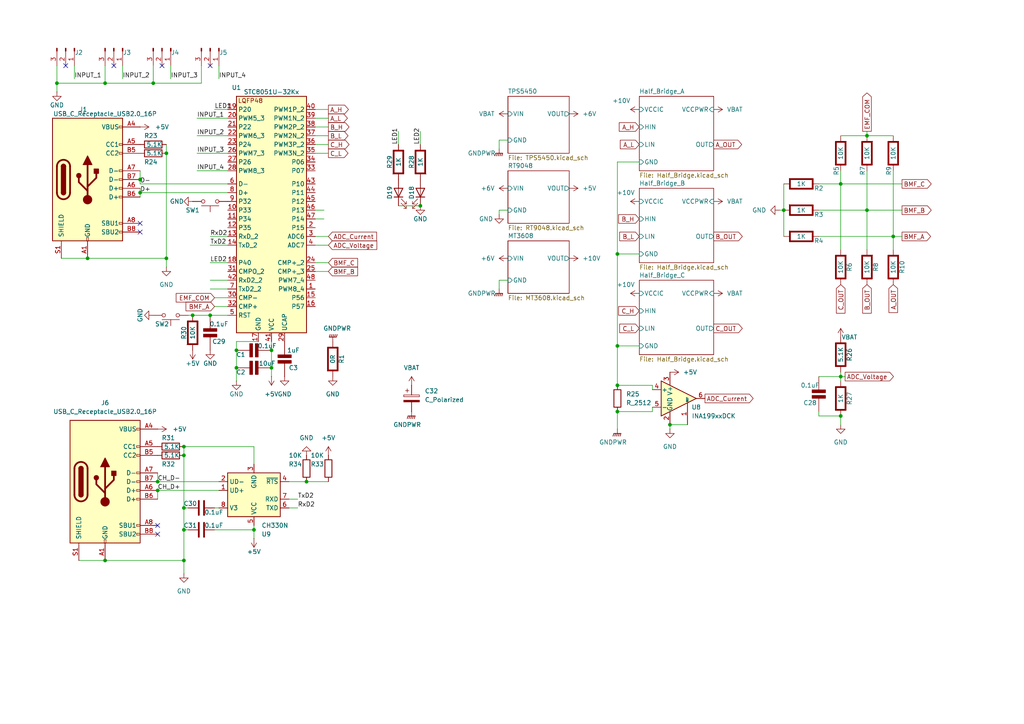
<source format=kicad_sch>
(kicad_sch (version 20231120) (generator "eeschema") (generator_version "8.0")
  (paper "A4")
  (junction (at 251.46 39.37))
  (junction (at 243.84 120.65))
  (junction (at 45.72 142.24))
  (junction (at 179.07 111.76))
  (junction (at 78.74 106.68))
  (junction (at 40.64 52.07))
  (junction (at 78.74 101.6))
  (junction (at 68.58 101.6))
  (junction (at 243.84 109.22))
  (junction (at 179.07 100.33))
  (junction (at 53.34 162.56))
  (junction (at 121.92 59.69))
  (junction (at 55.88 91.44))
  (junction (at 30.48 24.13))
  (junction (at 259.08 68.58))
  (junction (at 68.58 106.68))
  (junction (at 53.34 129.54))
  (junction (at 251.46 60.96))
  (junction (at 45.72 139.7))
  (junction (at 73.66 153.67))
  (junction (at 243.84 53.34))
  (junction (at 40.64 55.88))
  (junction (at 44.45 24.13))
  (junction (at 53.34 132.08))
  (junction (at 194.31 123.19))
  (junction (at 88.9 139.7))
  (junction (at 179.07 73.66))
  (junction (at 48.26 44.45))
  (junction (at 30.48 162.56))
  (junction (at 60.96 91.44))
  (junction (at 16.51 24.13))
  (junction (at 53.34 153.67))
  (junction (at 25.4 74.93))
  (junction (at 179.07 119.38))
  (junction (at 48.26 74.93))
  (junction (at 53.34 147.32))
  (junction (at 227.33 60.96))
  (no_connect (at 40.64 64.77))
  (no_connect (at 45.72 152.4))
  (no_connect (at 46.99 19.05))
  (no_connect (at 33.02 19.05))
  (no_connect (at 45.72 154.94))
  (no_connect (at 60.96 19.05))
  (no_connect (at 19.05 19.05))
  (no_connect (at 40.64 67.31))
  (wire (pts (xy 179.07 46.99) (xy 179.07 73.66)))
  (wire (pts (xy 35.56 19.05) (xy 35.56 22.86)))
  (wire (pts (xy 179.07 100.33) (xy 185.42 100.33)))
  (wire (pts (xy 55.88 91.44) (xy 60.96 91.44)))
  (wire (pts (xy 245.11 109.22) (xy 243.84 109.22)))
  (wire (pts (xy 58.42 19.05) (xy 58.42 24.13)))
  (wire (pts (xy 45.72 139.7) (xy 63.5 139.7)))
  (wire (pts (xy 237.49 109.22) (xy 243.84 109.22)))
  (wire (pts (xy 189.23 113.03) (xy 189.23 111.76)))
  (wire (pts (xy 259.08 39.37) (xy 251.46 39.37)))
  (wire (pts (xy 147.32 60.96) (xy 144.78 60.96)))
  (wire (pts (xy 121.92 38.1) (xy 121.92 41.91)))
  (wire (pts (xy 91.44 39.37) (xy 95.25 39.37)))
  (wire (pts (xy 259.08 68.58) (xy 237.49 68.58)))
  (wire (pts (xy 91.44 78.74) (xy 95.25 78.74)))
  (wire (pts (xy 91.44 76.2) (xy 95.25 76.2)))
  (wire (pts (xy 16.51 19.05) (xy 16.51 24.13)))
  (wire (pts (xy 68.58 101.6) (xy 68.58 99.06)))
  (wire (pts (xy 57.15 44.45) (xy 66.04 44.45)))
  (wire (pts (xy 68.58 101.6) (xy 68.58 106.68)))
  (wire (pts (xy 30.48 19.05) (xy 30.48 24.13)))
  (wire (pts (xy 73.66 134.62) (xy 73.66 129.54)))
  (wire (pts (xy 57.15 39.37) (xy 66.04 39.37)))
  (wire (pts (xy 57.15 34.29) (xy 66.04 34.29)))
  (wire (pts (xy 40.64 53.34) (xy 66.04 53.34)))
  (wire (pts (xy 261.62 60.96) (xy 251.46 60.96)))
  (wire (pts (xy 63.5 19.05) (xy 63.5 22.86)))
  (wire (pts (xy 49.53 19.05) (xy 49.53 22.86)))
  (wire (pts (xy 91.44 44.45) (xy 95.25 44.45)))
  (wire (pts (xy 54.61 91.44) (xy 55.88 91.44)))
  (wire (pts (xy 91.44 34.29) (xy 95.25 34.29)))
  (wire (pts (xy 243.84 123.19) (xy 243.84 120.65)))
  (wire (pts (xy 62.23 86.36) (xy 66.04 86.36)))
  (wire (pts (xy 44.45 24.13) (xy 58.42 24.13)))
  (wire (pts (xy 91.44 71.12) (xy 95.25 71.12)))
  (wire (pts (xy 243.84 39.37) (xy 251.46 39.37)))
  (wire (pts (xy 261.62 68.58) (xy 259.08 68.58)))
  (wire (pts (xy 251.46 38.1) (xy 251.46 39.37)))
  (wire (pts (xy 73.66 153.67) (xy 73.66 156.21)))
  (wire (pts (xy 237.49 119.38) (xy 237.49 120.65)))
  (wire (pts (xy 86.36 147.32) (xy 83.82 147.32)))
  (wire (pts (xy 60.96 76.2) (xy 66.04 76.2)))
  (wire (pts (xy 179.07 119.38) (xy 189.23 119.38)))
  (wire (pts (xy 53.34 147.32) (xy 53.34 153.67)))
  (wire (pts (xy 115.57 59.69) (xy 121.92 59.69)))
  (wire (pts (xy 251.46 60.96) (xy 237.49 60.96)))
  (wire (pts (xy 251.46 49.53) (xy 251.46 60.96)))
  (wire (pts (xy 259.08 49.53) (xy 259.08 68.58)))
  (wire (pts (xy 243.84 107.95) (xy 243.84 109.22)))
  (wire (pts (xy 95.25 31.75) (xy 91.44 31.75)))
  (wire (pts (xy 179.07 73.66) (xy 185.42 73.66)))
  (wire (pts (xy 144.78 83.82) (xy 144.78 81.28)))
  (wire (pts (xy 227.33 53.34) (xy 227.33 60.96)))
  (wire (pts (xy 91.44 68.58) (xy 95.25 68.58)))
  (wire (pts (xy 144.78 60.96) (xy 144.78 62.23)))
  (wire (pts (xy 73.66 152.4) (xy 73.66 153.67)))
  (wire (pts (xy 78.74 106.68) (xy 78.74 109.22)))
  (wire (pts (xy 16.51 24.13) (xy 30.48 24.13)))
  (wire (pts (xy 73.66 129.54) (xy 53.34 129.54)))
  (wire (pts (xy 78.74 101.6) (xy 78.74 106.68)))
  (wire (pts (xy 251.46 60.96) (xy 251.46 72.39)))
  (wire (pts (xy 45.72 142.24) (xy 45.72 144.78)))
  (wire (pts (xy 62.23 147.32) (xy 63.5 147.32)))
  (wire (pts (xy 189.23 111.76) (xy 179.07 111.76)))
  (wire (pts (xy 40.64 55.88) (xy 66.04 55.88)))
  (wire (pts (xy 21.59 19.05) (xy 21.59 22.86)))
  (wire (pts (xy 57.15 49.53) (xy 66.04 49.53)))
  (wire (pts (xy 243.84 53.34) (xy 243.84 72.39)))
  (wire (pts (xy 115.57 38.1) (xy 115.57 41.91)))
  (wire (pts (xy 48.26 74.93) (xy 48.26 77.47)))
  (wire (pts (xy 93.98 60.96) (xy 91.44 60.96)))
  (wire (pts (xy 237.49 120.65) (xy 243.84 120.65)))
  (wire (pts (xy 91.44 41.91) (xy 95.25 41.91)))
  (wire (pts (xy 91.44 63.5) (xy 93.98 63.5)))
  (wire (pts (xy 83.82 139.7) (xy 88.9 139.7)))
  (wire (pts (xy 68.58 106.68) (xy 68.58 110.49)))
  (wire (pts (xy 62.23 88.9) (xy 66.04 88.9)))
  (wire (pts (xy 179.07 100.33) (xy 179.07 111.76)))
  (wire (pts (xy 179.07 73.66) (xy 179.07 100.33)))
  (wire (pts (xy 16.51 26.67) (xy 16.51 24.13)))
  (wire (pts (xy 30.48 24.13) (xy 44.45 24.13)))
  (wire (pts (xy 53.34 153.67) (xy 53.34 162.56)))
  (wire (pts (xy 60.96 83.82) (xy 66.04 83.82)))
  (wire (pts (xy 44.45 19.05) (xy 44.45 24.13)))
  (wire (pts (xy 194.31 123.19) (xy 199.39 123.19)))
  (wire (pts (xy 95.25 139.7) (xy 88.9 139.7)))
  (wire (pts (xy 17.78 74.93) (xy 25.4 74.93)))
  (wire (pts (xy 261.62 53.34) (xy 243.84 53.34)))
  (wire (pts (xy 144.78 43.18) (xy 144.78 40.64)))
  (wire (pts (xy 45.72 137.16) (xy 45.72 139.7)))
  (wire (pts (xy 62.23 153.67) (xy 73.66 153.67)))
  (wire (pts (xy 227.33 60.96) (xy 226.06 60.96)))
  (wire (pts (xy 45.72 142.24) (xy 63.5 142.24)))
  (wire (pts (xy 25.4 74.93) (xy 48.26 74.93)))
  (wire (pts (xy 40.64 55.88) (xy 40.64 57.15)))
  (wire (pts (xy 243.84 49.53) (xy 243.84 53.34)))
  (wire (pts (xy 48.26 44.45) (xy 48.26 74.93)))
  (wire (pts (xy 179.07 46.99) (xy 185.42 46.99)))
  (wire (pts (xy 60.96 91.44) (xy 66.04 91.44)))
  (wire (pts (xy 86.36 144.78) (xy 83.82 144.78)))
  (wire (pts (xy 62.23 31.75) (xy 66.04 31.75)))
  (wire (pts (xy 259.08 68.58) (xy 259.08 72.39)))
  (wire (pts (xy 53.34 153.67) (xy 54.61 153.67)))
  (wire (pts (xy 53.34 147.32) (xy 54.61 147.32)))
  (wire (pts (xy 243.84 53.34) (xy 237.49 53.34)))
  (wire (pts (xy 243.84 109.22) (xy 243.84 110.49)))
  (wire (pts (xy 68.58 99.06) (xy 74.93 99.06)))
  (wire (pts (xy 22.86 162.56) (xy 30.48 162.56)))
  (wire (pts (xy 60.96 71.12) (xy 66.04 71.12)))
  (wire (pts (xy 78.74 101.6) (xy 78.74 99.06)))
  (wire (pts (xy 40.64 53.34) (xy 40.64 52.07)))
  (wire (pts (xy 179.07 119.38) (xy 179.07 124.46)))
  (wire (pts (xy 60.96 81.28) (xy 66.04 81.28)))
  (wire (pts (xy 53.34 132.08) (xy 53.34 147.32)))
  (wire (pts (xy 53.34 162.56) (xy 53.34 166.37)))
  (wire (pts (xy 189.23 119.38) (xy 189.23 118.11)))
  (wire (pts (xy 144.78 81.28) (xy 147.32 81.28)))
  (wire (pts (xy 40.64 49.53) (xy 40.64 52.07)))
  (wire (pts (xy 40.64 54.61) (xy 40.64 55.88)))
  (wire (pts (xy 227.33 60.96) (xy 227.33 68.58)))
  (wire (pts (xy 48.26 41.91) (xy 48.26 44.45)))
  (wire (pts (xy 53.34 132.08) (xy 53.34 129.54)))
  (wire (pts (xy 194.31 124.46) (xy 194.31 123.19)))
  (wire (pts (xy 30.48 162.56) (xy 53.34 162.56)))
  (wire (pts (xy 91.44 36.83) (xy 95.25 36.83)))
  (wire (pts (xy 60.96 68.58) (xy 66.04 68.58)))
  (wire (pts (xy 144.78 40.64) (xy 147.32 40.64)))
  (label "LED1" (at 115.57 41.91 90))
  (label "LED2" (at 121.92 41.91 90))
  (label "INPUT_1" (at 21.59 22.86 0))
  (label "TxD2" (at 60.96 71.12 0))
  (label "RxD2" (at 60.96 68.58 0))
  (label "INPUT_3" (at 49.53 22.86 0))
  (label "CH_D-" (at 45.72 139.7 0))
  (label "RxD2" (at 86.36 147.32 0))
  (label "INPUT_3" (at 57.15 44.45 0))
  (label "LED2" (at 60.96 76.2 0))
  (label "INPUT_4" (at 63.5 22.86 0))
  (label "LED1" (at 62.23 31.75 0))
  (label "TxD2" (at 86.36 144.78 0))
  (label "INPUT_2" (at 57.15 39.37 0))
  (label "D+" (at 40.64 55.88 0))
  (label "INPUT_1" (at 57.15 34.29 0))
  (label "D-" (at 40.64 53.34 0))
  (label "INPUT_4" (at 57.15 49.53 0))
  (label "INPUT_2" (at 35.56 22.86 0))
  (label "CH_D+" (at 45.72 142.24 0))
  (global_label "EMF_COM" (shape output) (at 251.46 38.1 90) (property "Intersheetrefs" "${INTERSHEET_REFS}" (effects (hide yes))))
  (global_label "A_H" (shape input) (at 185.42 36.83 180) (property "Intersheetrefs" "${INTERSHEET_REFS}" (effects (hide yes))))
  (global_label "BMF_B" (shape input) (at 95.25 78.74 0) (property "Intersheetrefs" "${INTERSHEET_REFS}" (effects (hide yes))))
  (global_label "A_OUT" (shape input) (at 259.08 82.55 270) (property "Intersheetrefs" "${INTERSHEET_REFS}" (effects (hide yes))))
  (global_label "ADC_Voltage" (shape input) (at 95.25 71.12 0) (property "Intersheetrefs" "${INTERSHEET_REFS}" (effects (hide yes))))
  (global_label "C_L" (shape output) (at 95.25 44.45 0) (property "Intersheetrefs" "${INTERSHEET_REFS}" (effects (hide yes))))
  (global_label "C_OUT" (shape output) (at 207.01 95.25 0) (property "Intersheetrefs" "${INTERSHEET_REFS}" (effects (hide yes))))
  (global_label "C_L" (shape input) (at 185.42 95.25 180) (property "Intersheetrefs" "${INTERSHEET_REFS}" (effects (hide yes))))
  (global_label "B_H" (shape output) (at 95.25 36.83 0) (property "Intersheetrefs" "${INTERSHEET_REFS}" (effects (hide yes))))
  (global_label "B_L" (shape output) (at 95.25 39.37 0) (property "Intersheetrefs" "${INTERSHEET_REFS}" (effects (hide yes))))
  (global_label "C_H" (shape input) (at 185.42 90.17 180) (property "Intersheetrefs" "${INTERSHEET_REFS}" (effects (hide yes))))
  (global_label "B_OUT" (shape input) (at 251.46 82.55 270) (property "Intersheetrefs" "${INTERSHEET_REFS}" (effects (hide yes))))
  (global_label "A_L" (shape input) (at 185.42 41.91 180) (property "Intersheetrefs" "${INTERSHEET_REFS}" (effects (hide yes))))
  (global_label "A_OUT" (shape output) (at 207.01 41.91 0) (property "Intersheetrefs" "${INTERSHEET_REFS}" (effects (hide yes))))
  (global_label "BMF_A" (shape input) (at 62.23 88.9 180) (property "Intersheetrefs" "${INTERSHEET_REFS}" (effects (hide yes))))
  (global_label "ADC_Current" (shape output) (at 204.47 115.57 0) (property "Intersheetrefs" "${INTERSHEET_REFS}" (effects (hide yes))))
  (global_label "A_H" (shape output) (at 95.25 31.75 0) (property "Intersheetrefs" "${INTERSHEET_REFS}" (effects (hide yes))))
  (global_label "EMF_COM" (shape input) (at 62.23 86.36 180) (property "Intersheetrefs" "${INTERSHEET_REFS}" (effects (hide yes))))
  (global_label "B_L" (shape input) (at 185.42 68.58 180) (property "Intersheetrefs" "${INTERSHEET_REFS}" (effects (hide yes))))
  (global_label "BMF_A" (shape output) (at 261.62 68.58 0) (property "Intersheetrefs" "${INTERSHEET_REFS}" (effects (hide yes))))
  (global_label "ADC_Voltage" (shape output) (at 245.11 109.22 0) (property "Intersheetrefs" "${INTERSHEET_REFS}" (effects (hide yes))))
  (global_label "B_H" (shape input) (at 185.42 63.5 180) (property "Intersheetrefs" "${INTERSHEET_REFS}" (effects (hide yes))))
  (global_label "C_OUT" (shape input) (at 243.84 82.55 270) (property "Intersheetrefs" "${INTERSHEET_REFS}" (effects (hide yes))))
  (global_label "C_H" (shape output) (at 95.25 41.91 0) (property "Intersheetrefs" "${INTERSHEET_REFS}" (effects (hide yes))))
  (global_label "A_L" (shape output) (at 95.25 34.29 0) (property "Intersheetrefs" "${INTERSHEET_REFS}" (effects (hide yes))))
  (global_label "BMF_B" (shape output) (at 261.62 60.96 0) (property "Intersheetrefs" "${INTERSHEET_REFS}" (effects (hide yes))))
  (global_label "ADC_Current" (shape input) (at 95.25 68.58 0) (property "Intersheetrefs" "${INTERSHEET_REFS}" (effects (hide yes))))
  (global_label "B_OUT" (shape output) (at 207.01 68.58 0) (property "Intersheetrefs" "${INTERSHEET_REFS}" (effects (hide yes))))
  (global_label "BMF_C" (shape input) (at 95.25 76.2 0) (property "Intersheetrefs" "${INTERSHEET_REFS}" (effects (hide yes))))
  (global_label "BMF_C" (shape output) (at 261.62 53.34 0) (property "Intersheetrefs" "${INTERSHEET_REFS}" (effects (hide yes))))
  (symbol (lib_id "power:GND") (at 88.9 132.08 180) (unit 1)
    (property "Reference" "#PWR039" (effects (hide yes)))
    (property "Value" "GND" (at 88.9 127 0))
    (property "Description" "Power symbol creates a global label with name \"GND\" , ground" (effects (hide yes)))
  )
  (symbol (lib_id "power:GNDPWR") (at 179.07 124.46 0) (unit 1)
    (property "Reference" "#PWR017" (effects (hide yes)))
    (property "Value" "GNDPWR" (at 177.8 128.27 0))
    (property "Description" "Power symbol creates a global label with name \"GNDPWR\" , global ground" (effects (hide yes)))
  )
  (symbol (lib_id "power:GNDPWR") (at 119.38 119.38 0) (unit 1)
    (property "Reference" "#PWR040" (effects (hide yes)))
    (property "Value" "GNDPWR" (at 118.11 123.19 0))
    (property "Description" "Power symbol creates a global label with name \"GNDPWR\" , global ground" (effects (hide yes)))
  )
  (symbol (lib_id "power:GND") (at 68.58 110.49 0) (unit 1)
    (property "Reference" "#PWR01" (effects (hide yes)))
    (property "Value" "GND" (at 68.58 114.3 0))
    (property "Description" "Power symbol creates a global label with name \"GND\" , ground" (effects (hide yes)))
  )
  (symbol (lib_id "power:GND") (at 60.96 101.6 0) (unit 1)
    (property "Reference" "#PWR032" (effects (hide yes)))
    (property "Value" "GND" (at 60.96 105.41 0))
    (property "Description" "Power symbol creates a global label with name \"GND\" , ground" (effects (hide yes)))
  )
  (symbol (lib_id "Device:R") (at 44.45 44.45 90) (unit 1)
    (property "Reference" "R24" (at 45.72 46.99 90) (effects (justify left)))
    (property "Value" "5.1K" (at 46.99 44.45 90) (effects (justify left)))
    (property "Footprint" "Resistor_SMD:R_0603_1608Metric_Pad0.98x0.95mm_HandSolder" (effects (hide yes)))
    (property "Description" "Resistor" (effects (hide yes)))
  )
  (symbol (lib_id "PCM_Elektuur:C") (at 82.55 104.14 180) (unit 1)
    (property "Reference" "C3" (at 85.09 106.68 0))
    (property "Value" "1uF" (at 85.09 101.6 0))
    (property "Footprint" "Capacitor_SMD:C_0603_1608Metric_Pad1.08x0.95mm_HandSolder" (effects (hide yes)))
    (property "Description" "capacitor, non-polarized/bipolar" (effects (hide yes)))
    (property "Indicator" "+" (effects (hide yes)))
    (property "Rating" "V" (effects (hide yes)))
  )
  (symbol (lib_id "power:GND") (at 53.34 166.37 0) (unit 1)
    (property "Reference" "#PWR036" (effects (hide yes)))
    (property "Value" "GND" (at 53.34 171.45 0))
    (property "Description" "Power symbol creates a global label with name \"GND\" , ground" (effects (hide yes)))
  )
  (symbol (lib_id "power:+5V") (at 165.1 33.02 270) (unit 1)
    (property "Reference" "#PWR014" (effects (hide yes)))
    (property "Value" "+6V" (at 168.91 33.0199 90) (effects (justify left)))
    (property "Description" "Power symbol creates a global label with name \"+5V\"" (effects (hide yes)))
  )
  (symbol (lib_id "PCM_Elektuur:R") (at 243.84 115.57 0) (unit 1)
    (property "Reference" "R27" (at 246.38 115.57 90))
    (property "Value" "1K" (at 243.84 115.57 90))
    (property "Footprint" "PCM_Resistor_SMD_AKL:R_0603_1608Metric_Pad0.98x0.95mm_HandSolder" (effects (hide yes)))
    (property "Description" "resistor" (effects (hide yes)))
    (property "Indicator" "+" (effects (hide yes)))
    (property "Rating" "W" (effects (hide yes)))
  )
  (symbol (lib_id "PCM_Elektuur:R") (at 232.41 68.58 270) (unit 1)
    (property "Reference" "R4" (at 237.49 69.85 90))
    (property "Value" "1K" (at 232.41 68.58 90))
    (property "Footprint" "PCM_Resistor_SMD_AKL:R_0603_1608Metric_Pad0.98x0.95mm_HandSolder" (effects (hide yes)))
    (property "Description" "resistor" (effects (hide yes)))
    (property "Indicator" "+" (effects (hide yes)))
    (property "Rating" "W" (effects (hide yes)))
  )
  (symbol (lib_id "Device:C_Polarized") (at 119.38 115.57 0) (unit 1)
    (property "Reference" "C32" (at 123.19 113.4109 0) (effects (justify left)))
    (property "Value" "C_Polarized" (at 123.19 115.9509 0) (effects (justify left)))
    (property "Footprint" "Capacitor_THT:CP_Radial_D10.0mm_P5.00mm" (effects (hide yes)))
    (property "Description" "Polarized capacitor" (effects (hide yes)))
  )
  (symbol (lib_id "Device:R") (at 44.45 41.91 90) (unit 1)
    (property "Reference" "R23" (at 45.72 39.37 90) (effects (justify left)))
    (property "Value" "5.1K" (at 46.99 41.91 90) (effects (justify left)))
    (property "Footprint" "Resistor_SMD:R_0603_1608Metric_Pad0.98x0.95mm_HandSolder" (effects (hide yes)))
    (property "Description" "Resistor" (effects (hide yes)))
  )
  (symbol (lib_id "power:GND") (at 194.31 124.46 0) (unit 1)
    (property "Reference" "#PWR029" (effects (hide yes)))
    (property "Value" "GND" (at 194.31 129.54 0))
    (property "Description" "Power symbol creates a global label with name \"GND\" , ground" (effects (hide yes)))
  )
  (symbol (lib_id "power:+10V") (at 165.1 74.93 270) (unit 1)
    (property "Reference" "#PWR013" (effects (hide yes)))
    (property "Value" "+10V" (at 168.91 74.9299 90) (effects (justify left)))
    (property "Description" "Power symbol creates a global label with name \"+10V\"" (effects (hide yes)))
  )
  (symbol (lib_id "power:GND") (at 44.45 91.44 270) (unit 1)
    (property "Reference" "#PWR034" (effects (hide yes)))
    (property "Value" "GND" (at 40.64 91.44 0))
    (property "Description" "Power symbol creates a global label with name \"GND\" , ground" (effects (hide yes)))
  )
  (symbol (lib_id "power:GND") (at 16.51 26.67 0) (unit 1)
    (property "Reference" "#PWR027" (effects (hide yes)))
    (property "Value" "GND" (at 16.51 30.48 0))
    (property "Description" "Power symbol creates a global label with name \"GND\" , ground" (effects (hide yes)))
  )
  (symbol (lib_id "PCM_Elektuur:C") (at 73.66 106.68 270) (unit 1)
    (property "Reference" "C2" (at 69.85 107.95 90))
    (property "Value" "10uF" (at 77.47 105.41 90))
    (property "Footprint" "Capacitor_SMD:C_0603_1608Metric_Pad1.08x0.95mm_HandSolder" (effects (hide yes)))
    (property "Description" "capacitor, non-polarized/bipolar" (effects (hide yes)))
    (property "Indicator" "+" (effects (hide yes)))
    (property "Rating" "V" (effects (hide yes)))
  )
  (symbol (lib_id "Device:R") (at 95.25 135.89 180) (unit 1)
    (property "Reference" "R33" (at 93.98 134.62 0) (effects (justify left)))
    (property "Value" "10K" (at 93.98 132.08 0) (effects (justify left)))
    (property "Footprint" "Resistor_SMD:R_0603_1608Metric_Pad0.98x0.95mm_HandSolder" (effects (hide yes)))
    (property "Description" "Resistor" (effects (hide yes)))
  )
  (symbol (lib_id "Connector:Conn_01x03_Pin") (at 60.96 13.97 270) (unit 1)
    (property "Reference" "J5" (at 64.77 15.24 90))
    (property "Value" "Conn_01x03_Pin" (effects (hide yes)))
    (property "Footprint" "Connector_PinHeader_2.54mm:PinHeader_1x03_P2.54mm_Vertical" (effects (hide yes)))
    (property "Description" "Generic connector, single row, 01x03, script generated" (effects (hide yes)))
  )
  (symbol (lib_id "Device:R") (at 88.9 135.89 180) (unit 1)
    (property "Reference" "R34" (at 87.63 134.62 0) (effects (justify left)))
    (property "Value" "10K" (at 87.63 132.08 0) (effects (justify left)))
    (property "Footprint" "Resistor_SMD:R_0603_1608Metric_Pad0.98x0.95mm_HandSolder" (effects (hide yes)))
    (property "Description" "Resistor" (effects (hide yes)))
  )
  (symbol (lib_id "PCM_Elektuur:C") (at 73.66 101.6 270) (unit 1)
    (property "Reference" "C1" (at 69.85 102.87 90))
    (property "Value" "0.1uF" (at 77.47 100.33 90))
    (property "Footprint" "Capacitor_SMD:C_0603_1608Metric_Pad1.08x0.95mm_HandSolder" (effects (hide yes)))
    (property "Description" "capacitor, non-polarized/bipolar" (effects (hide yes)))
    (property "Indicator" "+" (effects (hide yes)))
    (property "Rating" "V" (effects (hide yes)))
  )
  (symbol (lib_id "Connector:USB_C_Receptacle_USB2.0_16P") (at 25.4 52.07 0) (unit 1)
    (property "Reference" "J1" (at 24.13 31.75 0))
    (property "Value" "USB_C_Receptacle_USB2.0_16P" (at 30.48 33.02 0))
    (property "Footprint" "Connector_USB:USB_C_Receptacle_GCT_USB4105-xx-A_16P_TopMnt_Horizontal" (effects (hide yes)))
    (property "Datasheet" "https://www.usb.org/sites/default/files/documents/usb_type-c.zip" (effects (hide yes)))
    (property "Description" "USB 2.0-only 16P Type-C Receptacle connector" (effects (hide yes)))
  )
  (symbol (lib_id "power:VCC") (at 207.01 58.42 270) (unit 1)
    (property "Reference" "#PWR022" (effects (hide yes)))
    (property "Value" "VBAT" (at 210.82 58.4199 90) (effects (justify left)))
    (property "Description" "Power symbol creates a global label with name \"VCC\"" (effects (hide yes)))
  )
  (symbol (lib_id "PCM_Elektuur:R") (at 96.52 104.14 0) (unit 1)
    (property "Reference" "R1" (at 99.06 104.14 90))
    (property "Value" "0R" (at 96.52 104.14 90))
    (property "Footprint" "PCM_Resistor_SMD_AKL:R_0603_1608Metric_Pad0.98x0.95mm_HandSolder" (effects (hide yes)))
    (property "Description" "resistor" (effects (hide yes)))
    (property "Indicator" "+" (effects (hide yes)))
    (property "Rating" "W" (effects (hide yes)))
  )
  (symbol (lib_id "power:VCC") (at 147.32 33.02 90) (unit 1)
    (property "Reference" "#PWR09" (effects (hide yes)))
    (property "Value" "VBAT" (at 143.51 33.0199 90) (effects (justify left)))
    (property "Description" "Power symbol creates a global label with name \"VCC\"" (effects (hide yes)))
  )
  (symbol (lib_id "Device:LED") (at 115.57 55.88 90) (unit 1)
    (property "Reference" "D19" (at 113.03 55.88 0))
    (property "Value" "LED" (effects (hide yes)))
    (property "Footprint" "LED_SMD:LED_0603_1608Metric_Pad1.05x0.95mm_HandSolder" (effects (hide yes)))
    (property "Description" "Light emitting diode" (effects (hide yes)))
  )
  (symbol (lib_id "power:+3.3V") (at 40.64 36.83 270) (unit 1)
    (property "Reference" "#PWR025" (effects (hide yes)))
    (property "Value" "+5V" (at 46.99 36.83 90))
    (property "Description" "Power symbol creates a global label with name \"+3.3V\"" (effects (hide yes)))
  )
  (symbol (lib_id "Connector:Conn_01x03_Pin") (at 46.99 13.97 270) (unit 1)
    (property "Reference" "J4" (at 50.8 15.24 90))
    (property "Value" "Conn_01x03_Pin" (effects (hide yes)))
    (property "Footprint" "Connector_PinHeader_2.54mm:PinHeader_1x03_P2.54mm_Vertical" (effects (hide yes)))
    (property "Description" "Generic connector, single row, 01x03, script generated" (effects (hide yes)))
  )
  (symbol (lib_id "power:VCC") (at 243.84 97.79 0) (unit 1)
    (property "Reference" "#PWR028" (effects (hide yes)))
    (property "Value" "VBAT" (at 246.38 97.79 0))
    (property "Description" "Power symbol creates a global label with name \"VCC\"" (effects (hide yes)))
  )
  (symbol (lib_id "Switch:SW_Push") (at 49.53 91.44 0) (mirror x) (unit 1)
    (property "Reference" "SW2" (at 46.99 93.98 0))
    (property "Value" "SW_Push" (effects (hide yes)))
    (property "Footprint" "Button_Switch_SMD:SW_SPST_CK_RS282G05A3" (effects (hide yes)))
    (property "Description" "Push button switch, generic, two pins" (effects (hide yes)))
  )
  (symbol (lib_id "PCM_Elektuur:C") (at 237.49 114.3 180) (unit 1)
    (property "Reference" "C28" (at 234.95 116.84 0))
    (property "Value" "0.1uF" (at 234.95 111.76 0))
    (property "Footprint" "Capacitor_SMD:C_0603_1608Metric_Pad1.08x0.95mm_HandSolder" (effects (hide yes)))
    (property "Description" "capacitor, non-polarized/bipolar" (effects (hide yes)))
    (property "Indicator" "+" (effects (hide yes)))
    (property "Rating" "V" (effects (hide yes)))
  )
  (symbol (lib_id "PCM_Elektuur:R") (at 232.41 60.96 270) (unit 1)
    (property "Reference" "R3" (at 237.49 62.23 90))
    (property "Value" "1K" (at 232.41 60.96 90))
    (property "Footprint" "PCM_Resistor_SMD_AKL:R_0603_1608Metric_Pad0.98x0.95mm_HandSolder" (effects (hide yes)))
    (property "Description" "resistor" (effects (hide yes)))
    (property "Indicator" "+" (effects (hide yes)))
    (property "Rating" "W" (effects (hide yes)))
  )
  (symbol (lib_id "power:GND") (at 226.06 60.96 270) (unit 1)
    (property "Reference" "#PWR024" (effects (hide yes)))
    (property "Value" "GND" (at 222.25 60.9599 90) (effects (justify right)))
    (property "Description" "Power symbol creates a global label with name \"GND\" , ground" (effects (hide yes)))
  )
  (symbol (lib_id "power:GNDPWR") (at 96.52 99.06 180) (unit 1)
    (property "Reference" "#PWR04" (effects (hide yes)))
    (property "Value" "GNDPWR" (at 97.79 95.25 0))
    (property "Description" "Power symbol creates a global label with name \"GNDPWR\" , global ground" (effects (hide yes)))
  )
  (symbol (lib_id "Switch:SW_Push") (at 60.96 58.42 0) (mirror x) (unit 1)
    (property "Reference" "SW1" (at 55.88 60.96 0))
    (property "Value" "SW_Push" (effects (hide yes)))
    (property "Footprint" "Button_Switch_SMD:SW_SPST_CK_RS282G05A3" (effects (hide yes)))
    (property "Description" "Push button switch, generic, two pins" (effects (hide yes)))
  )
  (symbol (lib_id "power:+5V") (at 194.31 107.95 270) (unit 1)
    (property "Reference" "#PWR015" (effects (hide yes)))
    (property "Value" "+5V" (at 198.12 107.9499 90) (effects (justify left)))
    (property "Description" "Power symbol creates a global label with name \"+5V\"" (effects (hide yes)))
  )
  (symbol (lib_id "MCU_STC_Addition:STC8051U-34Kx-LQFP48") (at 78.74 58.42 0) (unit 1)
    (property "Reference" "U1" (at 68.58 25.4 0))
    (property "Value" "STC8051U-32Kx" (at 78.74 26.67 0))
    (property "Footprint" "Package_QFP:LQFP-48_7x7mm_P0.5mm" (effects (hide yes)))
    (property "Datasheet" "https://www.stcaimcu.com/data/download/Datasheet/AI8051U.pdf" (effects (hide yes)))
    (pin "35" (alternate "PWM3N_2"))
    (pin "39" (alternate "PWM1N_2"))
    (pin "4" (alternate "ADC7"))
    (pin "38" (alternate "PWM2P_2"))
    (pin "40" (alternate "PWM1P_2"))
    (pin "42" (alternate "RxD2_2"))
    (pin "13" (alternate "RxD_2"))
    (pin "43" (alternate "P10"))
    (pin "31" (alternate "CMPO_2"))
    (pin "1" (alternate "PWM8_4"))
    (pin "36" (alternate "PWM3P_2"))
    (pin "44" (alternate "P11"))
    (pin "45" (alternate "P12"))
    (pin "20" (alternate "PWM5_3"))
    (pin "28" (alternate "PWM8_3"))
    (pin "30" (alternate "CMP-"))
    (pin "23" (alternate "P24"))
    (pin "33" (alternate "P07"))
    (pin "21" (alternate "P22"))
    (pin "24" (alternate "CMP+_2"))
    (pin "34" (alternate "P06"))
    (pin "37" (alternate "PWM2N_2"))
    (pin "46" (alternate "P13"))
    (pin "47" (alternate "P14"))
    (pin "48" (alternate "PWM7_4"))
    (pin "5" (alternate "RST"))
    (pin "6" (alternate "D-"))
    (pin "7" (alternate "TxD2_2"))
    (pin "14" (alternate "TxD_2"))
    (pin "19" (alternate "P20"))
    (pin "2" (alternate "P15"))
    (pin "22" (alternate "PWM6_3"))
    (pin "26" (alternate "PWM7_3"))
    (pin "25" (alternate "CMP+_3"))
    (pin "3" (alternate "ADC6"))
    (pin "32" (alternate "CMP+"))
    (pin "8" (alternate "D+"))
  )
  (symbol (lib_id "Device:C") (at 58.42 147.32 90) (unit 1)
    (property "Reference" "C30" (at 57.15 146.05 90) (effects (justify left)))
    (property "Value" "0.1uF" (at 64.77 148.59 90) (effects (justify left)))
    (property "Footprint" "Capacitor_SMD:C_0603_1608Metric_Pad1.08x0.95mm_HandSolder" (effects (hide yes)))
    (property "Description" "Unpolarized capacitor" (effects (hide yes)))
  )
  (symbol (lib_id "PCM_Elektuur:R") (at 259.08 44.45 180) (unit 1)
    (property "Reference" "R9" (at 257.81 49.53 90))
    (property "Value" "10K" (at 259.08 44.45 90))
    (property "Footprint" "PCM_Resistor_SMD_AKL:R_0603_1608Metric_Pad0.98x0.95mm_HandSolder" (effects (hide yes)))
    (property "Description" "resistor" (effects (hide yes)))
    (property "Indicator" "+" (effects (hide yes)))
    (property "Rating" "W" (effects (hide yes)))
  )
  (symbol (lib_id "Device:R") (at 49.53 129.54 90) (unit 1)
    (property "Reference" "R31" (at 50.8 127 90) (effects (justify left)))
    (property "Value" "5.1K" (at 52.07 129.54 90) (effects (justify left)))
    (property "Footprint" "Resistor_SMD:R_0603_1608Metric_Pad0.98x0.95mm_HandSolder" (effects (hide yes)))
    (property "Description" "Resistor" (effects (hide yes)))
  )
  (symbol (lib_id "power:GND") (at 144.78 62.23 0) (unit 1)
    (property "Reference" "#PWR08" (effects (hide yes)))
    (property "Value" "GND" (at 140.97 63.5 0))
    (property "Description" "Power symbol creates a global label with name \"GND\" , ground" (effects (hide yes)))
  )
  (symbol (lib_id "power:+3.3V") (at 45.72 124.46 270) (unit 1)
    (property "Reference" "#PWR035" (effects (hide yes)))
    (property "Value" "+5V" (at 52.07 124.46 90))
    (property "Description" "Power symbol creates a global label with name \"+3.3V\"" (effects (hide yes)))
  )
  (symbol (lib_id "Connector:USB_C_Receptacle_USB2.0_16P") (at 30.48 139.7 0) (unit 1)
    (property "Reference" "J6" (at 30.48 116.84 0))
    (property "Value" "USB_C_Receptacle_USB2.0_16P" (at 30.48 119.38 0))
    (property "Footprint" "Connector_USB:USB_C_Receptacle_GCT_USB4105-xx-A_16P_TopMnt_Horizontal" (effects (hide yes)))
    (property "Datasheet" "https://www.usb.org/sites/default/files/documents/usb_type-c.zip" (effects (hide yes)))
    (property "Description" "USB 2.0-only 16P Type-C Receptacle connector" (effects (hide yes)))
  )
  (symbol (lib_id "power:GND") (at 96.52 109.22 0) (unit 1)
    (property "Reference" "#PWR05" (effects (hide yes)))
    (property "Value" "GND" (at 96.52 114.3 0))
    (property "Description" "Power symbol creates a global label with name \"GND\" , ground" (effects (hide yes)))
  )
  (symbol (lib_id "power:VCC") (at 207.01 85.09 270) (unit 1)
    (property "Reference" "#PWR023" (effects (hide yes)))
    (property "Value" "VBAT" (at 210.82 85.0899 90) (effects (justify left)))
    (property "Description" "Power symbol creates a global label with name \"VCC\"" (effects (hide yes)))
  )
  (symbol (lib_id "power:+5V") (at 165.1 54.61 270) (unit 1)
    (property "Reference" "#PWR012" (effects (hide yes)))
    (property "Value" "+5V" (at 168.91 54.6099 90) (effects (justify left)))
    (property "Description" "Power symbol creates a global label with name \"+5V\"" (effects (hide yes)))
  )
  (symbol (lib_id "PCM_Elektuur:C") (at 60.96 96.52 180) (unit 1)
    (property "Reference" "C29" (at 63.5 99.06 0))
    (property "Value" "0.1uF" (at 63.5 93.98 0))
    (property "Footprint" "Capacitor_SMD:C_0603_1608Metric_Pad1.08x0.95mm_HandSolder" (effects (hide yes)))
    (property "Description" "capacitor, non-polarized/bipolar" (effects (hide yes)))
    (property "Indicator" "+" (effects (hide yes)))
    (property "Rating" "V" (effects (hide yes)))
  )
  (symbol (lib_id "power:+5V") (at 55.88 101.6 180) (unit 1)
    (property "Reference" "#PWR033" (effects (hide yes)))
    (property "Value" "+5V" (at 55.88 105.41 0))
    (property "Description" "Power symbol creates a global label with name \"+5V\"" (effects (hide yes)))
  )
  (symbol (lib_id "power:VCC") (at 119.38 111.76 0) (unit 1)
    (property "Reference" "#PWR041" (effects (hide yes)))
    (property "Value" "VBAT" (at 119.38 106.68 0))
    (property "Description" "Power symbol creates a global label with name \"VCC\"" (effects (hide yes)))
  )
  (symbol (lib_id "power:GND") (at 55.88 58.42 270) (unit 1)
    (property "Reference" "#PWR031" (effects (hide yes)))
    (property "Value" "GND" (at 53.34 58.42 90) (effects (justify right)))
    (property "Description" "Power symbol creates a global label with name \"GND\" , ground" (effects (hide yes)))
  )
  (symbol (lib_id "PCM_Elektuur:R") (at 251.46 44.45 180) (unit 1)
    (property "Reference" "R7" (at 250.19 49.53 90))
    (property "Value" "10K" (at 251.46 44.45 90))
    (property "Footprint" "PCM_Resistor_SMD_AKL:R_0603_1608Metric_Pad0.98x0.95mm_HandSolder" (effects (hide yes)))
    (property "Description" "resistor" (effects (hide yes)))
    (property "Indicator" "+" (effects (hide yes)))
    (property "Rating" "W" (effects (hide yes)))
  )
  (symbol (lib_id "Amplifier_Current:INA199xxDCK") (at 196.85 115.57 0) (unit 1)
    (property "Reference" "U8" (at 201.93 118.11 0))
    (property "Value" "INA199xxDCK" (at 207.01 120.65 0))
    (property "Footprint" "Package_TO_SOT_SMD:SOT-363_SC-70-6" (effects (hide yes)))
    (property "Datasheet" "http://www.ti.com/lit/ds/symlink/ina199.pdf" (effects (hide yes)))
    (property "Description" "INA199 26-V, Bidirectional, Zero-Drift, Low- or High-Side, Voltage-Output, Current-Shunt Monitor, SOT-363, SC-70" (effects (hide yes)))
  )
  (symbol (lib_id "power:+10V") (at 185.42 31.75 90) (unit 1)
    (property "Reference" "#PWR018" (effects (hide yes)))
    (property "Value" "+10V" (at 182.88 29.21 90) (effects (justify left)))
    (property "Description" "Power symbol creates a global label with name \"+10V\"" (effects (hide yes)))
  )
  (symbol (lib_id "power:GND") (at 48.26 77.47 0) (unit 1)
    (property "Reference" "#PWR026" (effects (hide yes)))
    (property "Value" "GND" (at 48.26 82.55 0))
    (property "Description" "Power symbol creates a global label with name \"GND\" , ground" (effects (hide yes)))
  )
  (symbol (lib_id "power:GNDPWR") (at 144.78 83.82 0) (unit 1)
    (property "Reference" "#PWR07" (effects (hide yes)))
    (property "Value" "GNDPWR" (at 139.7 85.09 0))
    (property "Description" "Power symbol creates a global label with name \"GNDPWR\" , global ground" (effects (hide yes)))
  )
  (symbol (lib_id "power:VCC") (at 207.01 31.75 270) (unit 1)
    (property "Reference" "#PWR021" (effects (hide yes)))
    (property "Value" "VBAT" (at 210.82 31.7499 90) (effects (justify left)))
    (property "Description" "Power symbol creates a global label with name \"VCC\"" (effects (hide yes)))
  )
  (symbol (lib_id "power:GNDPWR") (at 144.78 43.18 0) (unit 1)
    (property "Reference" "#PWR06" (effects (hide yes)))
    (property "Value" "GNDPWR" (at 139.7 44.45 0))
    (property "Description" "Power symbol creates a global label with name \"GNDPWR\" , global ground" (effects (hide yes)))
  )
  (symbol (lib_id "PCM_Elektuur:R") (at 115.57 46.99 0) (unit 1)
    (property "Reference" "R29" (at 113.03 46.99 90))
    (property "Value" "1K" (at 115.57 46.99 90))
    (property "Footprint" "PCM_Resistor_SMD_AKL:R_0603_1608Metric_Pad0.98x0.95mm_HandSolder" (effects (hide yes)))
    (property "Description" "resistor" (effects (hide yes)))
    (property "Indicator" "+" (effects (hide yes)))
    (property "Rating" "W" (effects (hide yes)))
  )
  (symbol (lib_id "power:GND") (at 243.84 123.19 0) (unit 1)
    (property "Reference" "#PWR016" (effects (hide yes)))
    (property "Value" "GND" (at 243.84 128.27 0))
    (property "Description" "Power symbol creates a global label with name \"GND\" , ground" (effects (hide yes)))
  )
  (symbol (lib_id "power:+3.3V") (at 73.66 156.21 180) (unit 1)
    (property "Reference" "#PWR037" (effects (hide yes)))
    (property "Value" "+5V" (at 73.66 160.02 0))
    (property "Description" "Power symbol creates a global label with name \"+3.3V\"" (effects (hide yes)))
  )
  (symbol (lib_id "power:+5V") (at 78.74 109.22 180) (unit 1)
    (property "Reference" "#PWR02" (effects (hide yes)))
    (property "Value" "+5V" (at 78.74 114.3 0))
    (property "Description" "Power symbol creates a global label with name \"+5V\"" (effects (hide yes)))
  )
  (symbol (lib_id "PCM_Elektuur:R") (at 232.41 53.34 270) (unit 1)
    (property "Reference" "R2" (at 237.49 54.61 90))
    (property "Value" "1K" (at 232.41 53.34 90))
    (property "Footprint" "PCM_Resistor_SMD_AKL:R_0603_1608Metric_Pad0.98x0.95mm_HandSolder" (effects (hide yes)))
    (property "Description" "resistor" (effects (hide yes)))
    (property "Indicator" "+" (effects (hide yes)))
    (property "Rating" "W" (effects (hide yes)))
  )
  (symbol (lib_id "Device:R") (at 49.53 132.08 90) (unit 1)
    (property "Reference" "R32" (at 50.8 134.62 90) (effects (justify left)))
    (property "Value" "5.1K" (at 52.07 132.08 90) (effects (justify left)))
    (property "Footprint" "Resistor_SMD:R_0603_1608Metric_Pad0.98x0.95mm_HandSolder" (effects (hide yes)))
    (property "Description" "Resistor" (effects (hide yes)))
  )
  (symbol (lib_id "PCM_Elektuur:R") (at 259.08 77.47 180) (unit 1)
    (property "Reference" "R10" (at 261.62 77.47 90))
    (property "Value" "10K" (at 259.08 77.47 90))
    (property "Footprint" "PCM_Resistor_SMD_AKL:R_0603_1608Metric_Pad0.98x0.95mm_HandSolder" (effects (hide yes)))
    (property "Description" "resistor" (effects (hide yes)))
    (property "Indicator" "+" (effects (hide yes)))
    (property "Rating" "W" (effects (hide yes)))
  )
  (symbol (lib_id "PCM_Elektuur:R") (at 121.92 46.99 0) (mirror y) (unit 1)
    (property "Reference" "R28" (at 119.38 46.99 90))
    (property "Value" "1K" (at 121.92 46.99 90))
    (property "Footprint" "PCM_Resistor_SMD_AKL:R_0603_1608Metric_Pad0.98x0.95mm_HandSolder" (effects (hide yes)))
    (property "Description" "resistor" (effects (hide yes)))
    (property "Indicator" "+" (effects (hide yes)))
    (property "Rating" "W" (effects (hide yes)))
  )
  (symbol (lib_id "power:+10V") (at 185.42 85.09 90) (unit 1)
    (property "Reference" "#PWR020" (effects (hide yes)))
    (property "Value" "+10V" (at 184.15 82.55 90) (effects (justify left)))
    (property "Description" "Power symbol creates a global label with name \"+10V\"" (effects (hide yes)))
  )
  (symbol (lib_id "Interface_USB:CH330N") (at 73.66 144.78 0) (mirror x) (unit 1)
    (property "Reference" "U9" (at 75.8541 154.94 0) (effects (justify left)))
    (property "Value" "CH330N" (at 75.8541 152.4 0) (effects (justify left)))
    (property "Footprint" "Package_SO:SOIC-8_3.9x4.9mm_P1.27mm" (effects (hide yes)))
    (property "Datasheet" "http://www.wch.cn/downloads/file/240.html" (effects (hide yes)))
    (property "Description" "USB serial converter, UART, SOIC-8" (effects (hide yes)))
  )
  (symbol (lib_id "PCM_Elektuur:R") (at 243.84 77.47 180) (unit 1)
    (property "Reference" "R6" (at 246.38 77.47 90))
    (property "Value" "10K" (at 243.84 77.47 90))
    (property "Footprint" "PCM_Resistor_SMD_AKL:R_0603_1608Metric_Pad0.98x0.95mm_HandSolder" (effects (hide yes)))
    (property "Description" "resistor" (effects (hide yes)))
    (property "Indicator" "+" (effects (hide yes)))
    (property "Rating" "W" (effects (hide yes)))
  )
  (symbol (lib_id "PCM_Elektuur:R") (at 243.84 102.87 0) (unit 1)
    (property "Reference" "R26" (at 246.38 102.87 90))
    (property "Value" "5.1K" (at 243.84 102.87 90))
    (property "Footprint" "PCM_Resistor_SMD_AKL:R_0603_1608Metric_Pad0.98x0.95mm_HandSolder" (effects (hide yes)))
    (property "Description" "resistor" (effects (hide yes)))
    (property "Indicator" "+" (effects (hide yes)))
    (property "Rating" "W" (effects (hide yes)))
  )
  (symbol (lib_id "power:+5V") (at 147.32 54.61 90) (unit 1)
    (property "Reference" "#PWR010" (effects (hide yes)))
    (property "Value" "+6V" (at 143.51 54.6099 90) (effects (justify left)))
    (property "Description" "Power symbol creates a global label with name \"+5V\"" (effects (hide yes)))
  )
  (symbol (lib_id "Connector:Conn_01x03_Pin") (at 19.05 13.97 270) (unit 1)
    (property "Reference" "J2" (at 22.86 15.24 90))
    (property "Value" "Conn_01x03_Pin" (effects (hide yes)))
    (property "Footprint" "Connector_PinHeader_2.54mm:PinHeader_1x03_P2.54mm_Vertical" (effects (hide yes)))
    (property "Description" "Generic connector, single row, 01x03, script generated" (effects (hide yes)))
  )
  (symbol (lib_id "Connector:Conn_01x03_Pin") (at 33.02 13.97 270) (unit 1)
    (property "Reference" "J3" (at 36.83 15.24 90))
    (property "Value" "Conn_01x03_Pin" (effects (hide yes)))
    (property "Footprint" "Connector_PinHeader_2.54mm:PinHeader_1x03_P2.54mm_Vertical" (effects (hide yes)))
    (property "Description" "Generic connector, single row, 01x03, script generated" (effects (hide yes)))
  )
  (symbol (lib_id "Device:LED") (at 121.92 55.88 270) (mirror x) (unit 1)
    (property "Reference" "D18" (at 119.38 55.88 0))
    (property "Value" "LED" (effects (hide yes)))
    (property "Footprint" "LED_SMD:LED_0603_1608Metric_Pad1.05x0.95mm_HandSolder" (effects (hide yes)))
    (property "Description" "Light emitting diode" (effects (hide yes)))
  )
  (symbol (lib_id "PCM_Resistor_AKL:R_2512") (at 179.07 115.57 0) (unit 1)
    (property "Reference" "R25" (at 181.61 114.2999 0) (effects (justify left)))
    (property "Value" "R_2512" (at 181.61 116.8399 0) (effects (justify left)))
    (property "Footprint" "PCM_Resistor_SMD_AKL:R_2512_6332Metric" (effects (hide yes)))
    (property "Description" "SMD 2512 Chip Resistor, European Symbol, Alternate KiCad Library" (effects (hide yes)))
  )
  (symbol (lib_id "power:+5V") (at 95.25 132.08 0) (unit 1)
    (property "Reference" "#PWR038" (effects (hide yes)))
    (property "Value" "+5V" (at 95.25 127 0))
    (property "Description" "Power symbol creates a global label with name \"+5V\"" (effects (hide yes)))
  )
  (symbol (lib_id "PCM_Elektuur:R") (at 251.46 77.47 180) (unit 1)
    (property "Reference" "R8" (at 254 77.47 90))
    (property "Value" "10K" (at 251.46 77.47 90))
    (property "Footprint" "PCM_Resistor_SMD_AKL:R_0603_1608Metric_Pad0.98x0.95mm_HandSolder" (effects (hide yes)))
    (property "Description" "resistor" (effects (hide yes)))
    (property "Indicator" "+" (effects (hide yes)))
    (property "Rating" "W" (effects (hide yes)))
  )
  (symbol (lib_id "power:GND") (at 121.92 59.69 0) (unit 1)
    (property "Reference" "#PWR030" (effects (hide yes)))
    (property "Value" "GND" (at 121.92 63.5 0))
    (property "Description" "Power symbol creates a global label with name \"GND\" , ground" (effects (hide yes)))
  )
  (symbol (lib_id "power:+10V") (at 185.42 58.42 90) (unit 1)
    (property "Reference" "#PWR019" (effects (hide yes)))
    (property "Value" "+10V" (at 184.15 55.88 90) (effects (justify left)))
    (property "Description" "Power symbol creates a global label with name \"+10V\"" (effects (hide yes)))
  )
  (symbol (lib_id "PCM_Elektuur:R") (at 243.84 44.45 180) (unit 1)
    (property "Reference" "R5" (at 242.57 49.53 90))
    (property "Value" "10K" (at 243.84 44.45 90))
    (property "Footprint" "PCM_Resistor_SMD_AKL:R_0603_1608Metric_Pad0.98x0.95mm_HandSolder" (effects (hide yes)))
    (property "Description" "resistor" (effects (hide yes)))
    (property "Indicator" "+" (effects (hide yes)))
    (property "Rating" "W" (effects (hide yes)))
  )
  (symbol (lib_id "power:GND") (at 82.55 109.22 0) (unit 1)
    (property "Reference" "#PWR03" (effects (hide yes)))
    (property "Value" "GND" (at 82.55 114.3 0))
    (property "Description" "Power symbol creates a global label with name \"GND\" , ground" (effects (hide yes)))
  )
  (symbol (lib_id "Device:C") (at 58.42 153.67 90) (unit 1)
    (property "Reference" "C31" (at 57.15 152.4 90) (effects (justify left)))
    (property "Value" "0.1uF" (at 64.77 152.4 90) (effects (justify left)))
    (property "Footprint" "Capacitor_SMD:C_0603_1608Metric_Pad1.08x0.95mm_HandSolder" (effects (hide yes)))
    (property "Description" "Unpolarized capacitor" (effects (hide yes)))
  )
  (symbol (lib_id "PCM_Elektuur:R") (at 55.88 96.52 0) (unit 1)
    (property "Reference" "R30" (at 53.34 96.52 90))
    (property "Value" "10K" (at 55.88 96.52 90))
    (property "Footprint" "PCM_Resistor_SMD_AKL:R_0603_1608Metric_Pad0.98x0.95mm_HandSolder" (effects (hide yes)))
    (property "Description" "resistor" (effects (hide yes)))
    (property "Indicator" "+" (effects (hide yes)))
    (property "Rating" "W" (effects (hide yes)))
  )
  (symbol (lib_id "power:+5V") (at 147.32 74.93 90) (unit 1)
    (property "Reference" "#PWR011" (effects (hide yes)))
    (property "Value" "+6V" (at 143.51 74.9299 90) (effects (justify left)))
    (property "Description" "Power symbol creates a global label with name \"+5V\"" (effects (hide yes)))
  )
  (sheet (at 185.42 54.61) (size 21.59 21.59) (stroke (width 0.1524))
    (property "Sheetname" "Half_Bridge_B" (at 185.42 53.8984 0) (effects (justify left bottom)))
    (property "Sheetfile" "Half_Bridge.kicad_sch" (at 185.42 76.7846 0) (effects (justify left top)))
    (pin "HIN" input (at 185.42 63.5 180))
    (pin "LIN" input (at 185.42 68.58 180))
    (pin "VCCIC" input (at 185.42 58.42 180))
    (pin "VCCPWR" input (at 207.01 58.42 0))
    (pin "OUT" output (at 207.01 68.58 0))
    (pin "GND" input (at 185.42 73.66 180))
  )
  (sheet (at 147.32 49.53) (size 17.78 15.24) (stroke (width 0.1524))
    (property "Sheetname" "RT9048" (at 147.32 48.8184 0) (effects (justify left bottom)))
    (property "Sheetfile" "RT9048.kicad_sch" (at 147.32 65.3546 0) (effects (justify left top)))
    (pin "GND" input (at 147.32 60.96 180))
    (pin "VOUT" output (at 165.1 54.61 0))
    (pin "VIN" input (at 147.32 54.61 180))
  )
  (sheet (at 147.32 69.85) (size 17.78 15.24) (stroke (width 0.1524))
    (property "Sheetname" "MT3608" (at 147.32 69.1384 0) (effects (justify left bottom)))
    (property "Sheetfile" "MT3608.kicad_sch" (at 147.32 85.6746 0) (effects (justify left top)))
    (pin "VOUT" output (at 165.1 74.93 0))
    (pin "GND" input (at 147.32 81.28 180))
    (pin "VIN" input (at 147.32 74.93 180))
  )
  (sheet (at 185.42 27.94) (size 21.59 21.59) (stroke (width 0.1524))
    (property "Sheetname" "Half_Bridge_A" (at 185.42 27.2284 0) (effects (justify left bottom)))
    (property "Sheetfile" "Half_Bridge.kicad_sch" (at 185.42 50.1146 0) (effects (justify left top)))
    (pin "HIN" input (at 185.42 36.83 180))
    (pin "LIN" input (at 185.42 41.91 180))
    (pin "VCCIC" input (at 185.42 31.75 180))
    (pin "VCCPWR" input (at 207.01 31.75 0))
    (pin "OUT" output (at 207.01 41.91 0))
    (pin "GND" input (at 185.42 46.99 180))
  )
  (sheet (at 185.42 81.28) (size 21.59 21.59) (stroke (width 0.1524))
    (property "Sheetname" "Half_Bridge_C" (at 185.42 80.5684 0) (effects (justify left bottom)))
    (property "Sheetfile" "Half_Bridge.kicad_sch" (at 185.42 103.4546 0) (effects (justify left top)))
    (pin "HIN" input (at 185.42 90.17 180))
    (pin "LIN" input (at 185.42 95.25 180))
    (pin "VCCIC" input (at 185.42 85.09 180))
    (pin "VCCPWR" input (at 207.01 85.09 0))
    (pin "OUT" output (at 207.01 95.25 0))
    (pin "GND" input (at 185.42 100.33 180))
  )
  (sheet (at 147.32 27.94) (size 17.78 16.51) (stroke (width 0.1524))
    (property "Sheetname" "TPS5450" (at 147.32 27.2284 0) (effects (justify left bottom)))
    (property "Sheetfile" "TPS5450.kicad_sch" (at 147.32 45.0346 0) (effects (justify left top)))
    (pin "GND" input (at 147.32 40.64 180))
    (pin "VIN" input (at 147.32 33.02 180))
    (pin "VOUT" output (at 165.1 33.02 0))
  )
)
</source>
